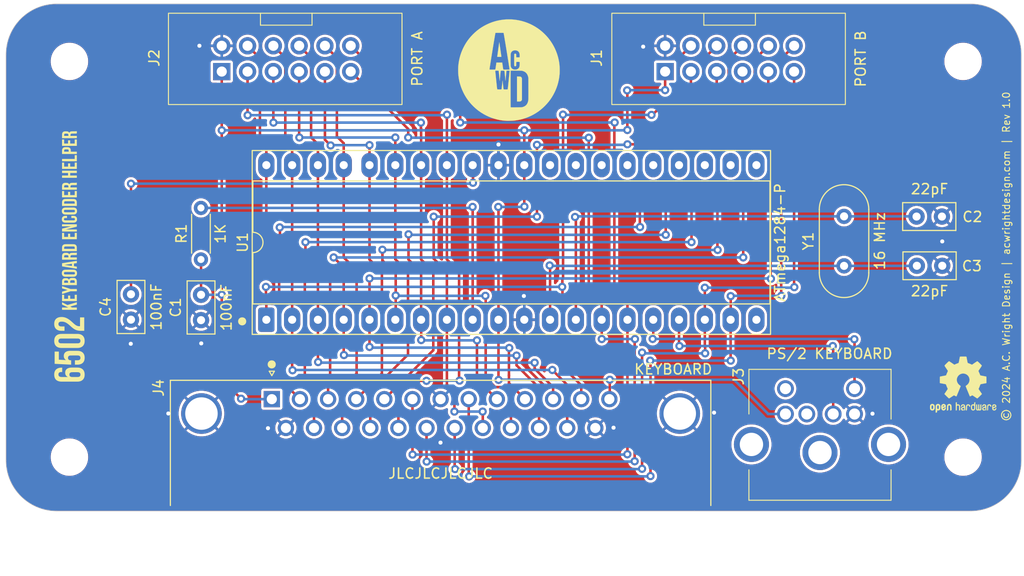
<source format=kicad_pcb>
(kicad_pcb (version 20241229) (generator "pcbnew") (generator_version "9.0")
  (title_block (title "6502 Keyboard Encoder Helper") (date "2025-11-14") (rev "1.0") (company "A.C. Wright Design"))
  (layers (0 "F.Cu" signal "Top") (2 "B.Cu" signal "Bottom") (13 "F.Paste" user) (15 "B.Paste" user) (5 "F.SilkS" user "F.Silkscreen") (7 "B.SilkS" user "B.Silkscreen") (1 "F.Mask" user) (3 "B.Mask" user) (25 "Edge.Cuts" user))
  (net 0 "")
  (net 1 "GND")
  (net 2 "VCC")
  (net 3 "PB7")
  (net 4 "PB6")
  (net 5 "PB5")
  (net 6 "PB4")
  (net 7 "PB3")
  (net 8 "PB2")
  (net 9 "PB1")
  (net 10 "PB0")
  (net 11 "PA5")
  (net 12 "CA1")
  (net 13 "PA7")
  (net 14 "PA6")
  (net 15 "PA1")
  (net 16 "PA3")
  (net 17 "CA2")
  (net 18 "PA4")
  (net 19 "PA0")
  (net 20 "PA2")
  (net 21 "CB2")
  (net 22 "CB1")
  (net 23 "Net-(U1-AREF)")
  (net 24 "Net-(U1-XTAL1)")
  (net 25 "Net-(U1-XTAL2)")
  (net 26 "PS2DATA")
  (net 27 "PS2CLK")
  (net 28 "Net-(U1-~{RESET})")
  (footprint "Symbol:OSHW-Logo2_7.3x6mm_SilkScreen" (layer "F.Cu") (at 159.3111 120.6636)
    (property "Reference" "REF**" (hide yes))
    (property "Value" "OSHW-Logo2_7.3x6mm_SilkScreen" (hide yes))
  )
  (footprint "A.C. Wright Logo:A.C. Wright Logo 10mm" (layer "F.Cu") (at 114.58 89.67)
    (property "Reference" "G***" (hide yes))
    (property "Value" "LOGO" (hide yes))
  )
  (footprint "Resistor_THT:R_Axial_DIN0204_L3.6mm_D1.6mm_P5.08mm_Horizontal" (layer "F.Cu") (at 84.2511 108.3336 90)
    (property "Reference" "R1")
    (property "Value" "1K")
  )
  (footprint "MountingHole:MountingHole_3.2mm_M3" (layer "F.Cu") (at 159.3011 88.8136)
    (property "Reference" "H2" (hide yes))
    (property "Value" "MountingHole" (hide yes))
  )
  (footprint "Crystal:Crystal_HC49-U_Vertical" (layer "F.Cu") (at 147.5811 108.9636 90)
    (property "Reference" "Y1")
    (property "Value" "16 MHz")
  )
  (footprint "6502 Parts:6502 GPIO Connector" (layer "F.Cu") (at 86.3011 89.8136 90)
    (property "Reference" "J2")
    (property "Value" "PORT A")
  )
  (footprint "6502 Logos:6502 Keyboard Encoder Helper 3mm" (layer "F.Cu") (at 71.3011 107.6336 90)
    (property "Reference" "G***" (hide yes))
    (property "Value" "LOGO" (hide yes))
  )
  (footprint "MountingHole:MountingHole_3.2mm_M3" (layer "F.Cu") (at 159.3011 127.8136)
    (property "Reference" "H4" (hide yes))
    (property "Value" "MountingHole" (hide yes))
  )
  (footprint "6502 Parts:6502 GPIO Connector" (layer "F.Cu") (at 129.9611 89.8136 90)
    (property "Reference" "J1")
    (property "Value" "PORT B")
  )
  (footprint "Package_DIP:DIP-40_W15.24mm_Socket_LongPads" (layer "F.Cu") (at 90.6911 114.2736 90)
    (property "Reference" "U1")
    (property "Value" "ATmega1284-P")
  )
  (footprint "MountingHole:MountingHole_3.2mm_M3" (layer "F.Cu") (at 71.3011 88.8136)
    (property "Reference" "H1" (hide yes))
    (property "Value" "MountingHole" (hide yes))
  )
  (footprint "Capacitor_THT:C_Disc_D5.0mm_W2.5mm_P2.50mm" (layer "F.Cu") (at 154.7511 108.9536)
    (property "Reference" "C3")
    (property "Value" "22pF")
  )
  (footprint "Capacitor_THT:C_Disc_D5.0mm_W2.5mm_P2.50mm" (layer "F.Cu") (at 154.7211 104.1036)
    (property "Reference" "C2")
    (property "Value" "22pF")
  )
  (footprint "Connector_Dsub:DSUB-25_Pins_Horizontal_P2.77x2.84mm_EdgePinOffset7.70mm_Housed_MountingHolesOffset9.12mm" (layer "F.Cu") (at 91.2311 122.1)
    (property "Reference" "J4")
    (property "Value" "KEYBOARD")
  )
  (footprint "Capacitor_THT:C_Disc_D5.0mm_W2.5mm_P2.50mm" (layer "F.Cu") (at 84.2611 114.3136 90)
    (property "Reference" "C1")
    (property "Value" "100nF")
  )
  (footprint "Capacitor_THT:C_Disc_D5.0mm_W2.5mm_P2.50mm" (layer "F.Cu") (at 77.3611 114.2636 90)
    (property "Reference" "C4")
    (property "Value" "100nF")
  )
  (footprint "6502 Parts:KMDGX-6S-BS" (layer "F.Cu") (at 146.5111 123.5636 180)
    (property "Reference" "J3")
    (property "Value" "PS/2 KEYBOARD")
  )
  (footprint "MountingHole:MountingHole_3.2mm_M3" (layer "F.Cu") (at 71.3011 127.8136)
    (property "Reference" "H3" (hide yes))
    (property "Value" "MountingHole" (hide yes))
  )
  (gr_circle (center 91.2211 118.6736) (end 91.4211 118.6736) (stroke (width 0.4)) (fill no) (layer "F.SilkS"))
  (gr_circle (center 88.3111 114.4336) (end 88.5111 114.4336) (stroke (width 0.4)) (fill no) (layer "F.SilkS"))
  (gr_line (start 132.8472 133.1342) (end 160.0472 133.1342) (stroke (width 0.05)) (layer "Edge.Cuts"))
  (gr_arc (start 70.0472 133.1342) (mid 66.511666 131.669734) (end 65.0472 128.1342) (stroke (width 0.05)) (layer "Edge.Cuts"))
  (gr_line (start 165.0472 128.1342) (end 165.0472 88.1342) (stroke (width 0.05)) (layer "Edge.Cuts"))
  (gr_line (start 70.0472 133.1342) (end 132.8472 133.1342) (stroke (width 0.05)) (layer "Edge.Cuts"))
  (gr_line (start 65.0472 88.1342) (end 65.0472 128.1342) (stroke (width 0.05)) (layer "Edge.Cuts"))
  (gr_arc (start 65.0472 88.1342) (mid 66.511666 84.598666) (end 70.0472 83.1342) (stroke (width 0.05)) (layer "Edge.Cuts"))
  (gr_line (start 160.0472 83.1342) (end 70.0472 83.1342) (stroke (width 0.05)) (layer "Edge.Cuts"))
  (gr_arc (start 160.0472 83.1342) (mid 163.582734 84.598666) (end 165.0472 88.1342) (stroke (width 0.05)) (layer "Edge.Cuts"))
  (gr_arc (start 165.0472 128.1342) (mid 163.582734 131.669734) (end 160.0472 133.1342) (stroke (width 0.05)) (layer "Edge.Cuts"))
  (gr_text "JLCJLCJLCJLC" (at 107.8511 129.425331 0) (layer "F.SilkS") (effects (font (size 1 1))))
  (gr_text "© 2024 A.C. Wright Design | acwrightdesign.com | Rev 1.0" (at 163.56 108.04 90) (layer "F.SilkS") (effects (font (size 0.7 0.7) (thickness 0.1))))
  (segment (start 107.77 122.14) (end 107.805 122.175) (width 0.25) (layer "F.Cu") (net 1))
  (via (at 124.8811 124.9136) (size 0.8) (drill 0.4) (layers "F.Cu" "B.Cu") (net 1))
  (via (at 150.3811 123.5336) (size 0.8) (drill 0.4) (layers "F.Cu" "B.Cu") (net 1))
  (via (at 84.1 87.27) (size 0.8) (drill 0.4) (layers "F.Cu" "B.Cu") (net 1))
  (via (at 157.2511 106.5536) (size 0.8) (drill 0.4) (layers "F.Cu" "B.Cu") (net 1))
  (via (at 77.3411 116.6436) (size 0.8) (drill 0.4) (layers "F.Cu" "B.Cu") (net 1))
  (via (at 127.8 87.36) (size 0.8) (drill 0.4) (layers "F.Cu" "B.Cu") (net 1))
  (via (at 81.0411 123.5136) (size 0.8) (drill 0.4) (layers "F.Cu" "B.Cu") (net 1))
  (via (at 84.2811 116.6036) (size 0.8) (drill 0.4) (layers "F.Cu" "B.Cu") (net 1))
  (via (at 90.8511 124.9636) (size 0.8) (drill 0.4) (layers "F.Cu" "B.Cu") (net 1))
  (via (at 116.0511 111.9336) (size 0.8) (drill 0.4) (layers "F.Cu" "B.Cu") (net 1))
  (via (at 134.78 123.43) (size 0.8) (drill 0.4) (layers "F.Cu" "B.Cu") (net 1))
  (via (at 113.5511 97.0036) (size 0.8) (drill 0.4) (layers "F.Cu" "B.Cu") (net 1))
  (via (at 107.8411 126.3836) (size 0.8) (drill 0.4) (layers "F.Cu" "B.Cu") (net 1))
  (segment (start 126.2411 91.6836) (end 126.2211 91.6636) (width 0.25) (layer "F.Cu") (net 2))
  (segment (start 116.0911 103.1136) (end 116.0911 99.0336) (width 0.25) (layer "F.Cu") (net 2))
  (segment (start 86.3011 95.6036) (end 86.3011 111.8036) (width 0.25) (layer "F.Cu") (net 2))
  (segment (start 86.3011 89.8136) (end 86.3011 95.6036) (width 0.25) (layer "F.Cu") (net 2))
  (segment (start 113.5511 103.1736) (end 113.5311 103.1536) (width 0.25) (layer "F.Cu") (net 2))
  (segment (start 113.5511 120.1936) (end 113.5611 120.2036) (width 0.25) (layer "F.Cu") (net 2))
  (segment (start 124.41 122.51) (end 124.425 122.525) (width 0.25) (layer "F.Cu") (net 2))
  (segment (start 84.2611 111.8136) (end 84.2611 108.3436) (width 0.25) (layer "F.Cu") (net 2))
  (segment (start 84.2611 108.3436) (end 84.2511 108.3336) (width 0.25) (layer "F.Cu") (net 2))
  (segment (start 126.2411 95.5736) (end 126.2411 91.6836) (width 0.25) (layer "F.Cu") (net 2))
  (segment (start 116.1011 103.1236) (end 116.0911 103.1136) (width 0.25) (layer "F.Cu") (net 2))
  (segment (start 113.5511 114.2736) (end 113.5511 120.1936) (width 0.25) (layer "F.Cu") (net 2))
  (segment (start 86.3011 111.8036) (end 86.3011 120.1536) (width 0.25) (layer "F.Cu") (net 2))
  (segment (start 129.9611 91.6436) (end 129.9611 89.8136) (width 0.25) (layer "F.Cu") (net 2))
  (segment (start 124.5111 120.1836) (end 124.5111 122.06) (width 0.25) (layer "F.Cu") (net 2))
  (segment (start 113.5511 114.2736) (end 113.5511 103.1736) (width 0.25) (layer "F.Cu") (net 2))
  (segment (start 124.5111 122.06) (end 124.4711 122.1) (width 0.25) (layer "F.Cu") (net 2))
  (segment (start 116.0911 99.0336) (end 116.0911 95.6036) (width 0.25) (layer "F.Cu") (net 2))
  (segment (start 86.3011 120.1536) (end 88.2011 122.0536) (width 0.25) (layer "F.Cu") (net 2))
  (via (at 124.5111 120.1836) (size 0.8) (drill 0.4) (layers "F.Cu" "B.Cu") (net 2))
  (via (at 116.0911 95.6036) (size 0.8) (drill 0.4) (layers "F.Cu" "B.Cu") (net 2))
  (via (at 88.2011 122.0536) (size 0.8) (drill 0.4) (layers "F.Cu" "B.Cu") (net 2))
  (via (at 126.2211 91.6636) (size 0.8) (drill 0.4) (layers "F.Cu" "B.Cu") (net 2))
  (via (at 86.3011 95.6036) (size 0.8) (drill 0.4) (layers "F.Cu" "B.Cu") (net 2))
  (via (at 129.9611 91.6436) (size 0.8) (drill 0.4) (layers "F.Cu" "B.Cu") (net 2))
  (via (at 113.5311 103.1536) (size 0.8) (drill 0.4) (layers "F.Cu" "B.Cu") (net 2))
  (via (at 116.1011 103.1236) (size 0.8) (drill 0.4) (layers "F.Cu" "B.Cu") (net 2))
  (via (at 126.2411 95.5736) (size 0.8) (drill 0.4) (layers "F.Cu" "B.Cu") (net 2))
  (via (at 113.5611 120.2036) (size 0.8) (drill 0.4) (layers "F.Cu" "B.Cu") (net 2))
  (via (at 86.3011 111.8036) (size 0.8) (drill 0.4) (layers "F.Cu" "B.Cu") (net 2))
  (segment (start 126.2111 95.6036) (end 126.2411 95.5736) (width 0.25) (layer "B.Cu") (net 2))
  (segment (start 113.5311 103.1536) (end 116.0711 103.1536) (width 0.25) (layer "B.Cu") (net 2))
  (segment (start 140.1011 123.5636) (end 141.8111 123.5636) (width 0.25) (layer "B.Cu") (net 2))
  (segment (start 88.2011 122.0536) (end 88.2475 122.1) (width 0.25) (layer "B.Cu") (net 2))
  (segment (start 125.9311 95.6036) (end 116.0911 95.6036) (width 0.25) (layer "B.Cu") (net 2))
  (segment (start 88.2475 122.1) (end 91.2311 122.1) (width 0.25) (layer "B.Cu") (net 2))
  (segment (start 125.9311 95.6036) (end 126.2111 95.6036) (width 0.25) (layer "B.Cu") (net 2))
  (segment (start 126.2211 91.6636) (end 126.2411 91.6436) (width 0.25) (layer "B.Cu") (net 2))
  (segment (start 136.7411 120.1836) (end 140.1011 123.5436) (width 0.25) (layer "B.Cu") (net 2))
  (segment (start 84.2611 111.8136) (end 86.2911 111.8136) (width 0.25) (layer "B.Cu") (net 2))
  (segment (start 86.2911 111.8136) (end 86.3011 111.8036) (width 0.25) (layer "B.Cu") (net 2))
  (segment (start 126.2411 91.6436) (end 129.9611 91.6436) (width 0.25) (layer "B.Cu") (net 2))
  (segment (start 113.5611 120.2036) (end 113.5811 120.1836) (width 0.25) (layer "B.Cu") (net 2))
  (segment (start 124.5111 120.1836) (end 136.7411 120.1836) (width 0.25) (layer "B.Cu") (net 2))
  (segment (start 140.1011 123.5436) (end 140.1011 123.5636) (width 0.25) (layer "B.Cu") (net 2))
  (segment (start 116.0711 103.1536) (end 116.1011 103.1236) (width 0.25) (layer "B.Cu") (net 2))
  (segment (start 113.5811 120.1836) (end 124.5111 120.1836) (width 0.25) (layer "B.Cu") (net 2))
  (segment (start 116.0911 95.6036) (end 86.3011 95.6036) (width 0.25) (layer "B.Cu") (net 2))
  (segment (start 107.1711 108.2536) (end 108.4711 109.5536) (width 0.25) (layer "F.Cu") (net 3))
  (segment (start 112.0061 124.94) (end 112.0061 123.3386) (width 0.25) (layer "F.Cu") (net 3))
  (segment (start 108.4711 109.5536) (end 108.4711 114.2736) (width 0.25) (layer "F.Cu") (net 3))
  (segment (start 132.5011 91.5336) (end 132.0911 91.9436) (width 0.25) (layer "F.Cu") (net 3))
  (segment (start 112.0061 123.3386) (end 111.9911 123.3236) (width 0.25) (layer "F.Cu") (net 3))
  (segment (start 132.0911 91.9436) (end 127.0511 96.9836) (width 0.25) (layer "F.Cu") (net 3))
  (segment (start 108.4611 120.6636) (end 108.4711 120.6536) (width 0.25) (layer "F.Cu") (net 3))
  (segment (start 109.2111 123.3236) (end 109.2111 121.4136) (width 0.25) (layer "F.Cu") (net 3))
  (segment (start 109.2111 121.4136) (end 108.4611 120.6636) (width 0.25) (layer "F.Cu") (net 3))
  (segment (start 117.3411 97.0336) (end 117.3411 104.1136) (width 0.25) (layer "F.Cu") (net 3))
  (segment (start 132.5011 89.8136) (end 132.5011 91.5336) (width 0.25) (layer "F.Cu") (net 3))
  (segment (start 108.4711 120.6536) (end 108.4711 114.2736) (width 0.25) (layer "F.Cu") (net 3))
  (segment (start 107.1711 104.1136) (end 107.1711 108.2536) (width 0.25) (layer "F.Cu") (net 3))
  (segment (start 127.0511 96.9836) (end 126.2511 96.9836) (width 0.25) (layer "F.Cu") (net 3))
  (via (at 107.1711 104.1136) (size 0.8) (drill 0.4) (layers "F.Cu" "B.Cu") (net 3))
  (via (at 111.9911 123.3236) (size 0.8) (drill 0.4) (layers "F.Cu" "B.Cu") (net 3))
  (via (at 117.3411 104.1136) (size 0.8) (drill 0.4) (layers "F.Cu" "B.Cu") (net 3))
  (via (at 117.3411 97.0336) (size 0.8) (drill 0.4) (layers "F.Cu" "B.Cu") (net 3))
  (via (at 126.2511 96.9836) (size 0.8) (drill 0.4) (layers "F.Cu" "B.Cu") (net 3))
  (via (at 109.2111 123.3236) (size 0.8) (drill 0.4) (layers "F.Cu" "B.Cu") (net 3))
  (segment (start 126.2511 96.9836) (end 126.2011 97.0336) (width 0.25) (layer "B.Cu") (net 3))
  (segment (start 117.3411 104.1136) (end 107.1711 104.1136) (width 0.25) (layer "B.Cu") (net 3))
  (segment (start 111.9911 123.3236) (end 109.2111 123.3236) (width 0.25) (layer "B.Cu") (net 3))
  (segment (start 126.2011 97.0336) (end 117.3411 97.0336) (width 0.25) (layer "B.Cu") (net 3))
  (segment (start 104.6911 105.8536) (end 104.6911 108.3436) (width 0.25) (layer "F.Cu") (net 4))
  (segment (start 105.9411 116.2736) (end 105.9411 114.2836) (width 0.25) (layer "F.Cu") (net 4))
  (segment (start 135.0411 89.8136) (end 135.0411 91.9736) (width 0.25) (layer "F.Cu") (net 4))
  (segment (start 111.4311 120.14) (end 111.4311 116.3036) (width 0.25) (layer "F.Cu") (net 4))
  (segment (start 135.0611 91.9936) (end 135.0611 92.2636) (width 0.25) (layer "F.Cu") (net 4))
  (segment (start 135.0611 92.2636) (end 130.0211 97.3036) (width 0.25) (layer "F.Cu") (net 4))
  (segment (start 113.3911 122.1) (end 111.4311 120.14) (width 0.25) (layer "F.Cu") (net 4))
  (segment (start 135.0411 91.9736) (end 135.0611 91.9936) (width 0.25) (layer "F.Cu") (net 4))
  (segment (start 105.9311 109.5836) (end 105.9311 114.2736) (width 0.25) (layer "F.Cu") (net 4))
  (segment (start 105.9411 114.2836) (end 105.9311 114.2736) (width 0.25) (layer "F.Cu") (net 4))
  (segment (start 104.6911 108.3436) (end 105.9311 109.5836) (width 0.25) (layer "F.Cu") (net 4))
  (segment (start 130.0211 97.3036) (end 130.0211 105.9036) (width 0.25) (layer "F.Cu") (net 4))
  (via (at 130.0211 105.9036) (size 0.8) (drill 0.4) (layers "F.Cu" "B.Cu") (net 4))
  (via (at 111.4311 116.3036) (size 0.8) (drill 0.4) (layers "F.Cu" "B.Cu") (net 4))
  (via (at 105.9411 116.2736) (size 0.8) (drill 0.4) (layers "F.Cu" "B.Cu") (net 4))
  (via (at 104.6911 105.8536) (size 0.8) (drill 0.4) (layers "F.Cu" "B.Cu") (net 4))
  (segment (start 104.7411 105.9036) (end 104.6911 105.8536) (width 0.25) (layer "B.Cu") (net 4))
  (segment (start 105.9711 116.3036) (end 105.9411 116.2736) (width 0.25) (layer "B.Cu") (net 4))
  (segment (start 111.4311 116.3036) (end 105.9711 116.3036) (width 0.25) (layer "B.Cu") (net 4))
  (segment (start 130.0211 105.9036) (end 104.7411 105.9036) (width 0.25) (layer "B.Cu") (net 4))
  (segment (start 114.7761 124.94) (end 114.7761 121.7086) (width 0.25) (layer "F.Cu") (net 5))
  (segment (start 112.2911 111.9436) (end 112.2611 111.9136) (width 0.25) (layer "F.Cu") (net 5))
  (segment (start 114.7761 121.7086) (end 114.1111 121.0436) (width 0.25) (layer "F.Cu") (net 5))
  (segment (start 137.5611 94.4136) (end 135.1111 96.8636) (width 0.25) (layer "F.Cu") (net 5))
  (segment (start 137.5811 92.9936) (end 137.5611 93.0136) (width 0.25) (layer "F.Cu") (net 5))
  (segment (start 103.4311 114.2336) (end 103.3911 114.2736) (width 0.25) (layer "F.Cu") (net 5))
  (segment (start 103.4311 109.7436) (end 103.4311 111.8836) (width 0.25) (layer "F.Cu") (net 5))
  (segment (start 112.2911 119.9736) (end 112.2911 119.7336) (width 0.25) (layer "F.Cu") (net 5))
  (segment (start 113.9811 120.9136) (end 113.2311 120.9136) (width 0.25) (layer "F.Cu") (net 5))
  (segment (start 137.5811 89.8136) (end 137.5811 92.9936) (width 0.25) (layer "F.Cu") (net 5))
  (segment (start 112.2911 119.7336) (end 112.2911 111.9436) (width 0.25) (layer "F.Cu") (net 5))
  (segment (start 102.1211 108.4336) (end 103.4311 109.7436) (width 0.25) (layer "F.Cu") (net 5))
  (segment (start 137.5611 93.0136) (end 137.5611 94.4136) (width 0.25) (layer "F.Cu") (net 5))
  (segment (start 103.4311 111.8836) (end 103.4311 114.2336) (width 0.25) (layer "F.Cu") (net 5))
  (segment (start 135.1111 96.8636) (end 135.1111 107.3736) (width 0.25) (layer "F.Cu") (net 5))
  (segment (start 113.2311 120.9136) (end 112.2911 119.9736) (width 0.25) (layer "F.Cu") (net 5))
  (segment (start 102.1211 107.3736) (end 102.1211 108.4336) (width 0.25) (layer "F.Cu") (net 5))
  (segment (start 114.1111 121.0436) (end 113.9811 120.9136) (width 0.25) (layer "F.Cu") (net 5))
  (segment (start 135.1111 107.3736) (end 135.1311 107.3936) (width 0.25) (layer "F.Cu") (net 5))
  (via (at 135.1311 107.3936) (size 0.8) (drill 0.4) (layers "F.Cu" "B.Cu") (net 5))
  (via (at 112.2611 111.9136) (size 0.8) (drill 0.4) (layers "F.Cu" "B.Cu") (net 5))
  (via (at 102.1211 107.3736) (size 0.8) (drill 0.4) (layers "F.Cu" "B.Cu") (net 5))
  (via (at 103.4311 111.8836) (size 0.8) (drill 0.4) (layers "F.Cu" "B.Cu") (net 5))
  (segment (start 135.1311 107.3936) (end 102.1411 107.3936) (width 0.25) (layer "B.Cu") (net 5))
  (segment (start 112.2611 111.9136) (end 103.4611 111.9136) (width 0.25) (layer "B.Cu") (net 5))
  (segment (start 103.4611 111.9136) (end 103.4311 111.8836) (width 0.25) (layer "B.Cu") (net 5))
  (segment (start 102.1411 107.3936) (end 102.1211 107.3736) (width 0.25) (layer "B.Cu") (net 5))
  (segment (start 140.3511 91.8336) (end 140.3511 110.2036) (width 0.25) (layer "F.Cu") (net 6))
  (segment (start 100.8511 110.2036) (end 100.8511 114.2736) (width 0.25) (layer "F.Cu") (net 6))
  (segment (start 100.8511 116.9536) (end 100.8511 114.2736) (width 0.25) (layer "F.Cu") (net 6))
  (segment (start 114.5811 119.7536) (end 114.5811 117.0836) (width 0.25) (layer "F.Cu") (net 6))
  (segment (start 140.1211 89.8136) (end 140.1211 91.6036) (width 0.25) (layer "F.Cu") (net 6))
  (segment (start 116.1611 122.1) (end 114.5811 120.52) (width 0.25) (layer "F.Cu") (net 6))
  (segment (start 140.1211 91.6036) (end 140.3511 91.8336) (width 0.25) (layer "F.Cu") (net 6))
  (segment (start 114.5811 117.0836) (end 114.6111 117.0536) (width 0.25) (layer "F.Cu") (net 6))
  (segment (start 114.5811 120.52) (end 114.5811 119.7536) (width 0.25) (layer "F.Cu") (net 6))
  (segment (start 140.3511 110.2036) (end 140.3811 110.2336) (width 0.25) (layer "F.Cu") (net 6))
  (via (at 100.8511 116.9536) (size 0.8) (drill 0.4) (layers "F.Cu" "B.Cu") (net 6))
  (via (at 140.3811 110.2336) (size 0.8) (drill 0.4) (layers "F.Cu" "B.Cu") (net 6))
  (via (at 100.8511 110.2036) (size 0.8) (drill 0.4) (layers "F.Cu" "B.Cu") (net 6))
  (via (at 114.6111 117.0536) (size 0.8) (drill 0.4) (layers "F.Cu" "B.Cu") (net 6))
  (segment (start 140.3511 110.2036) (end 100.8511 110.2036) (width 0.25) (layer "B.Cu") (net 6))
  (segment (start 100.9211 117.0236) (end 114.5811 117.0236) (width 0.25) (layer "B.Cu") (net 6))
  (segment (start 100.8511 116.9536) (end 100.9211 117.0236) (width 0.25) (layer "B.Cu") (net 6))
  (segment (start 140.3811 110.2336) (end 140.3511 110.2036) (width 0.25) (layer "B.Cu") (net 6))
  (segment (start 114.5811 117.0236) (end 114.6111 117.0536) (width 0.25) (layer "B.Cu") (net 6))
  (segment (start 115.3311 118.7636) (end 115.3311 117.8036) (width 0.25) (layer "F.Cu") (net 7))
  (segment (start 98.3111 117.7336) (end 98.3111 114.2736) (width 0.25) (layer "F.Cu") (net 7))
  (segment (start 138.78 89.89) (end 138.78 95.5347) (width 0.25) (layer "F.Cu") (net 7))
  (segment (start 117.5461 124.94) (end 117.5461 120.9786) (width 0.25) (layer "F.Cu") (net 7))
  (segment (start 138.78 95.5347) (end 137.6511 96.6636) (width 0.25) (layer "F.Cu") (net 7))
  (segment (start 117.5461 120.9786) (end 116.3011 119.7336) (width 0.25) (layer "F.Cu") (net 7))
  (segment (start 98.3111 109.1236) (end 98.3111 114.2736) (width 0.25) (layer "F.Cu") (net 7))
  (segment (start 97.3211 108.1336) (end 98.3111 109.1236) (width 0.25) (layer "F.Cu") (net 7))
  (segment (start 140.1211 87.2736) (end 138.78 88.6147) (width 0.25) (layer "F.Cu") (net 7))
  (segment (start 116.3011 119.7336) (end 115.3311 118.7636) (width 0.25) (layer "F.Cu") (net 7))
  (segment (start 137.6511 96.6636) (end 137.6511 108.1336) (width 0.25) (layer "F.Cu") (net 7))
  (segment (start 98.3311 117.7536) (end 98.3111 117.7336) (width 0.25) (layer "F.Cu") (net 7))
  (segment (start 138.78 88.6147) (end 138.78 89.89) (width 0.25) (layer "F.Cu") (net 7))
  (via (at 115.3311 117.8036) (size 0.8) (drill 0.4) (layers "F.Cu" "B.Cu") (net 7))
  (via (at 97.3211 108.1336) (size 0.8) (drill 0.4) (layers "F.Cu" "B.Cu") (net 7))
  (via (at 98.3311 117.7536) (size 0.8) (drill 0.4) (layers "F.Cu" "B.Cu") (net 7))
  (via (at 137.6511 108.1336) (size 0.8) (drill 0.4) (layers "F.Cu" "B.Cu") (net 7))
  (segment (start 115.3311 117.8036) (end 98.3811 117.8036) (width 0.25) (layer "B.Cu") (net 7))
  (segment (start 98.3811 117.8036) (end 98.3311 117.7536) (width 0.25) (layer "B.Cu") (net 7))
  (segment (start 137.6511 108.1336) (end 97.3211 108.1336) (width 0.25) (layer "B.Cu") (net 7))
  (segment (start 117.2111 119.1936) (end 117.1111 119.0936) (width 0.25) (layer "F.Cu") (net 8))
  (segment (start 94.5411 108.4636) (end 95.7711 109.6936) (width 0.25) (layer "F.Cu") (net 8))
  (segment (start 117.1111 119.0936) (end 117.1111 118.5036) (width 0.25) (layer "F.Cu") (net 8))
  (segment (start 136.2171 93.4276) (end 132.9211 96.7236) (width 0.25) (layer "F.Cu") (net 8))
  (segment (start 94.5411 106.6236) (end 94.5411 108.4636) (width 0.25) (layer "F.Cu") (net 8))
  (segment (start 95.7711 109.6936) (end 95.7711 114.2736) (width 0.25) (layer "F.Cu") (net 8))
  (segment (start 118.9311 122.1) (end 118.9311 120.9136) (width 0.25) (layer "F.Cu") (net 8))
  (segment (start 132.5611 97.0836) (end 132.5611 98.5536) (width 0.25) (layer "F.Cu") (net 8))
  (segment (start 132.5611 98.5536) (end 132.5611 106.6236) (width 0.25) (layer "F.Cu") (net 8))
  (segment (start 118.9311 120.9136) (end 117.2111 119.1936) (width 0.25) (layer "F.Cu") (net 8))
  (segment (start 136.2171 89.6729) (end 136.2171 93.4276) (width 0.25) (layer "F.Cu") (net 8))
  (segment (start 137.5811 87.2736) (end 136.2171 88.6376) (width 0.25) (layer "F.Cu") (net 8))
  (segment (start 132.9211 96.7236) (end 132.5611 97.0836) (width 0.25) (layer "F.Cu") (net 8))
  (segment (start 136.2171 88.6376) (end 136.2171 89.6729) (width 0.25) (layer "F.Cu") (net 8))
  (segment (start 95.7711 118.4236) (end 95.7711 114.2736) (width 0.25) (layer "F.Cu") (net 8))
  (segment (start 95.7911 118.4436) (end 95.7711 118.4236) (width 0.25) (layer "F.Cu") (net 8))
  (via (at 94.5411 106.6236) (size 0.8) (drill 0.4) (layers "F.Cu" "B.Cu") (net 8))
  (via (at 117.1111 118.5036) (size 0.8) (drill 0.4) (layers "F.Cu" "B.Cu") (net 8))
  (via (at 132.5611 106.6236) (size 0.8) (drill 0.4) (layers "F.Cu" "B.Cu") (net 8))
  (via (at 95.7911 118.4436) (size 0.8) (drill 0.4) (layers "F.Cu" "B.Cu") (net 8))
  (segment (start 117.1111 118.5036) (end 95.8511 118.5036) (width 0.25) (layer "B.Cu") (net 8))
  (segment (start 95.8511 118.5036) (end 95.7911 118.4436) (width 0.25) (layer "B.Cu") (net 8))
  (segment (start 132.5611 106.6236) (end 94.5411 106.6236) (width 0.25) (layer "B.Cu") (net 8))
  (segment (start 93.2311 109.8236) (end 93.2311 114.2736) (width 0.25) (layer "F.Cu") (net 9))
  (segment (start 92.0111 105.1736) (end 92.0311 105.1936) (width 0.25) (layer "F.Cu") (net 9))
  (segment (start 127.4711 97.8336) (end 127.4711 98.2936) (width 0.25) (layer "F.Cu") (net 9))
  (segment (start 92.0311 108.6236) (end 93.2311 109.8236) (width 0.25) (layer "F.Cu") (net 9))
  (segment (start 133.72 89.31) (end 133.72 91.5847) (width 0.25) (layer "F.Cu") (net 9))
  (segment (start 133.1811 92.1236) (end 127.4711 97.8336) (width 0.25) (layer "F.Cu") (net 9))
  (segment (start 127.4711 105.1136) (end 127.4911 105.1336) (width 0.25) (layer "F.Cu") (net 9))
  (segment (start 127.4711 98.2936) (end 127.4711 105.1136) (width 0.25) (layer "F.Cu") (net 9))
  (segment (start 93.2711 119.2536) (end 93.2311 119.2136) (width 0.25) (layer "F.Cu") (net 9))
  (segment (start 133.72 88.5947) (end 133.72 89.31) (width 0.25) (layer "F.Cu") (net 9))
  (segment (start 135.0411 87.2736) (end 133.72 88.5947) (width 0.25) (layer "F.Cu") (net 9))
  (segment (start 92.0311 105.1936) (end 92.0311 108.6236) (width 0.25) (layer "F.Cu") (net 9))
  (segment (start 120.3161 120.6886) (end 118.8511 119.2236) (width 0.25) (layer "F.Cu") (net 9))
  (segment (start 93.2311 119.2136) (end 93.2311 114.2736) (width 0.25) (layer "F.Cu") (net 9))
  (segment (start 120.3161 124.94) (end 120.3161 120.6886) (width 0.25) (layer "F.Cu") (net 9))
  (segment (start 133.72 91.5847) (end 133.1811 92.1236) (width 0.25) (layer "F.Cu") (net 9))
  (via (at 93.2711 119.2536) (size 0.8) (drill 0.4) (layers "F.Cu" "B.Cu") (net 9))
  (via (at 92.0111 105.1736) (size 0.8) (drill 0.4) (layers "F.Cu" "B.Cu") (net 9))
  (via (at 118.8511 119.2236) (size 0.8) (drill 0.4) (layers "F.Cu" "B.Cu") (net 9))
  (via (at 127.4911 105.1336) (size 0.8) (drill 0.4) (layers "F.Cu" "B.Cu") (net 9))
  (segment (start 127.4911 105.1336) (end 92.0511 105.1336) (width 0.25) (layer "B.Cu") (net 9))
  (segment (start 118.8511 119.2236) (end 93.3011 119.2236) (width 0.25) (layer "B.Cu") (net 9))
  (segment (start 93.3011 119.2236) (end 93.2711 119.2536) (width 0.25) (layer "B.Cu") (net 9))
  (segment (start 92.0511 105.1336) (end 92.0111 105.1736) (width 0.25) (layer "B.Cu") (net 9))
  (segment (start 119.9111 94.0636) (end 119.9111 110.1836) (width 0.25) (layer "F.Cu") (net 10))
  (segment (start 131.29 91.5047) (end 130.7611 92.0336) (width 0.25) (layer "F.Cu") (net 10))
  (segment (start 119.8411 110.2536) (end 119.8411 111.0136) (width 0.25) (layer "F.Cu") (net 10))
  (segment (start 128.7111 94.0836) (end 128.6211 94.0836) (width 0.25) (layer "F.Cu") (net 10))
  (segment (start 119.8511 118.8836) (end 119.8511 111.0636) (width 0.25) (layer "F.Cu") (net 10))
  (segment (start 130.7611 92.0336) (end 128.7111 94.0836) (width 0.25) (layer "F.Cu") (net 10))
  (segment (start 121.7011 122.1) (end 121.7011 120.7336) (width 0.25) (layer "F.Cu") (net 10))
  (segment (start 131.29 90.05) (end 131.29 91.5047) (width 0.25) (layer "F.Cu") (net 10))
  (segment (start 121.7011 120.7336) (end 119.8511 118.8836) (width 0.25) (layer "F.Cu") (net 10))
  (segment (start 131.29 88.4847) (end 131.29 90.05) (width 0.25) (layer "F.Cu") (net 10))
  (segment (start 119.8411 111.0136) (end 119.8211 111.0336) (width 0.25) (layer "F.Cu") (net 10))
  (segment (start 119.8511 111.0636) (end 119.8211 111.0336) (width 0.25) (layer "F.Cu") (net 10))
  (segment (start 119.9111 110.1836) (end 119.8411 110.2536) (width 0.25) (layer "F.Cu") (net 10))
  (segment (start 90.6911 111.8736) (end 90.6911 114.2736) (width 0.25) (layer "F.Cu") (net 10))
  (segment (start 132.5011 87.2736) (end 131.29 88.4847) (width 0.25) (layer "F.Cu") (net 10))
  (segment (start 90.6511 111.0336) (end 90.6511 111.8336) (width 0.25) (layer "F.Cu") (net 10))
  (segment (start 90.6511 111.8336) (end 90.6911 111.8736) (width 0.25) (layer "F.Cu") (net 10))
  (segment (start 119.9011 94.0536) (end 119.9111 94.0636) (width 0.25) (layer "F.Cu") (net 10))
  (via (at 128.6211 94.0836) (size 0.8) (drill 0.4) (layers "F.Cu" "B.Cu") (net 10))
  (via (at 90.6511 111.0336) (size 0.8) (drill 0.4) (layers "F.Cu" "B.Cu") (net 10))
  (via (at 119.8211 111.0336) (size 0.8) (drill 0.4) (layers "F.Cu" "B.Cu") (net 10))
  (via (at 119.9011 94.0536) (size 0.8) (drill 0.4) (layers "F.Cu" "B.Cu") (net 10))
  (segment (start 128.6211 94.0836) (end 119.9311 94.0836) (width 0.25) (layer "B.Cu") (net 10))
  (segment (start 119.8211 111.0336) (end 90.6511 111.0336) (width 0.25) (layer "B.Cu") (net 10))
  (segment (start 119.9311 94.0836) (end 119.9011 94.0536) (width 0.25) (layer "B.Cu") (net 10))
  (segment (start 103.3911 99.0336) (end 103.3911 108.3136) (width 0.25) (layer "F.Cu") (net 11))
  (segment (start 104.6411 117.7036) (end 100.9261 121.4186) (width 0.25) (layer "F.Cu") (net 11))
  (segment (start 93.9211 96.2936) (end 93.9411 96.3136) (width 0.25) (layer "F.Cu") (net 11))
  (segment (start 103.3911 96.3136) (end 103.3911 99.0336) (width 0.25) (layer "F.Cu") (net 11))
  (segment (start 100.9261 121.4186) (end 100.9261 124.94) (width 0.25) (layer "F.Cu") (net 11))
  (segment (start 104.6411 109.5636) (end 104.6411 117.7036) (width 0.25) (layer "F.Cu") (net 11))
  (segment (start 103.3911 108.3136) (end 104.6411 109.5636) (width 0.25) (layer "F.Cu") (net 11))
  (segment (start 93.9211 89.8136) (end 93.9211 96.2936) (width 0.25) (layer "F.Cu") (net 11))
  (via (at 93.9411 96.3136) (size 0.8) (drill 0.4) (layers "F.Cu" "B.Cu") (net 11))
  (via (at 103.3911 96.3136) (size 0.8) (drill 0.4) (layers "F.Cu" "B.Cu") (net 11))
  (segment (start 93.9411 96.3136) (end 103.3911 96.3136) (width 0.25) (layer "B.Cu") (net 11))
  (segment (start 104.6611 95.4736) (end 99.0011 89.8136) (width 0.25) (layer "F.Cu") (net 12))
  (segment (start 123.7211 116.1736) (end 123.7211 114.2836) (width 0.25) (layer "F.Cu") (net 12))
  (segment (start 122.4411 111.3036) (end 122.4411 96.3336) (width 0.25) (layer "F.Cu") (net 12))
  (segment (start 106.4661 124.94) (end 106.4661 128.2386) (width 0.25) (layer "F.Cu") (net 12))
  (segment (start 123.7111 112.5736) (end 122.4411 111.3036) (width 0.25) (layer "F.Cu") (net 12))
  (segment (start 123.7211 114.2836) (end 123.7111 114.2736) (width 0.25) (layer "F.Cu") (net 12))
  (segment (start 123.7111 114.2736) (end 123.7111 112.5736) (width 0.25) (layer "F.Cu") (net 12))
  (segment (start 126.9611 128.2236) (end 126.9611 116.2036) (width 0.25) (layer "F.Cu") (net 12))
  (segment (start 106.4661 128.2386) (end 106.4811 128.2536) (width 0.25) (layer "F.Cu") (net 12))
  (segment (start 104.6611 96.3136) (end 104.6611 95.4736) (width 0.25) (layer "F.Cu") (net 12))
  (segment (start 126.9611 116.2036) (end 126.9911 116.1736) (width 0.25) (layer "F.Cu") (net 12))
  (via (at 126.9611 128.2236) (size 0.8) (drill 0.4) (layers "F.Cu" "B.Cu") (net 12))
  (via (at 106.4811 128.2536) (size 0.8) (drill 0.4) (layers "F.Cu" "B.Cu") (net 12))
  (via (at 122.4411 96.3336) (size 0.8) (drill 0.4) (layers "F.Cu" "B.Cu") (net 12))
  (via (at 126.9911 116.1736) (size 0.8) (drill 0.4) (layers "F.Cu" "B.Cu") (net 12))
  (via (at 104.6611 96.3136) (size 0.8) (drill 0.4) (layers "F.Cu" "B.Cu") (net 12))
  (via (at 123.7211 116.1736) (size 0.8) (drill 0.4) (layers "F.Cu" "B.Cu") (net 12))
  (segment (start 104.6811 96.3336) (end 104.6611 96.3136) (width 0.25) (layer "B.Cu") (net 12))
  (segment (start 126.9911 116.1736) (end 123.7211 116.1736) (width 0.25) (layer "B.Cu") (net 12))
  (segment (start 106.4811 128.2536) (end 126.9311 128.2536) (width 0.25) (layer "B.Cu") (net 12))
  (segment (start 126.9311 128.2536) (end 126.9611 128.2236) (width 0.25) (layer "B.Cu") (net 12))
  (segment (start 122.4411 96.3336) (end 104.6811 96.3336) (width 0.25) (layer "B.Cu") (net 12))
  (segment (start 108.4811 94.0636) (end 108.4711 94.0736) (width 0.25) (layer "F.Cu") (net 13))
  (segment (start 109.6711 109.5336) (end 109.6711 117.2936) (width 0.25) (layer "F.Cu") (net 13))
  (segment (start 103.6961 121.4786) (end 103.6961 124.94) (width 0.25) (layer "F.Cu") (net 13))
  (segment (start 108.4711 108.3336) (end 109.6711 109.5336) (width 0.25) (layer "F.Cu") (net 13))
  (segment (start 88.8411 94.1036) (end 88.8511 94.1136) (width 0.25) (layer "F.Cu") (net 13))
  (segment (start 88.8411 89.8136) (end 88.8411 94.1036) (width 0.25) (layer "F.Cu") (net 13))
  (segment (start 109.6711 117.2936) (end 109.6711 120.2236) (width 0.25) (layer "F.Cu") (net 13))
  (segment (start 109.6711 120.2236) (end 109.7211 120.2736) (width 0.25) (layer "F.Cu") (net 13))
  (segment (start 104.8811 120.2936) (end 103.6961 121.4786) (width 0.25) (layer "F.Cu") (net 13))
  (segment (start 106.4611 120.2936) (end 104.8811 120.2936) (width 0.25) (layer "F.Cu") (net 13))
  (segment (start 108.4711 99.0336) (end 108.4711 108.3336) (width 0.25) (layer "F.Cu") (net 13))
  (segment (start 108.4711 94.0736) (end 108.4711 99.0336) (width 0.25) (layer "F.Cu") (net 13))
  (via (at 88.8511 94.1136) (size 0.8) (drill 0.4) (layers "F.Cu" "B.Cu") (net 13))
  (via (at 108.4811 94.0636) (size 0.8) (drill 0.4) (layers "F.Cu" "B.Cu") (net 13))
  (via (at 106.4611 120.2936) (size 0.8) (drill 0.4) (layers "F.Cu" "B.Cu") (net 13))
  (via (at 109.7211 120.2736) (size 0.8) (drill 0.4) (layers "F.Cu" "B.Cu") (net 13))
  (segment (start 88.8511 94.1136) (end 108.4311 94.1136) (width 0.25) (layer "B.Cu") (net 13))
  (segment (start 106.4811 120.2736) (end 106.4611 120.2936) (width 0.25) (layer "B.Cu") (net 13))
  (segment (start 108.4311 94.1136) (end 108.4811 94.0636) (width 0.25) (layer "B.Cu") (net 13))
  (segment (start 109.7211 120.2736) (end 106.4811 120.2736) (width 0.25) (layer "B.Cu") (net 13))
  (segment (start 91.3811 89.8136) (end 91.3811 94.8336) (width 0.25) (layer "F.Cu") (net 14))
  (segment (start 107.1311 109.5336) (end 107.1311 117.28) (width 0.25) (layer "F.Cu") (net 14))
  (segment (start 105.9311 99.0336) (end 105.9311 108.3336) (width 0.25) (layer "F.Cu") (net 14))
  (segment (start 105.9311 108.3336) (end 107.1311 109.5336) (width 0.25) (layer "F.Cu") (net 14))
  (segment (start 105.9111 95.4036) (end 105.9311 95.4236) (width 0.25) (layer "F.Cu") (net 14))
  (segment (start 105.9311 95.4236) (end 105.9311 99.0336) (width 0.25) (layer "F.Cu") (net 14))
  (segment (start 105.9111 94.8436) (end 105.9111 95.4036) (width 0.25) (layer "F.Cu") (net 14))
  (segment (start 107.1311 117.28) (end 102.3111 122.1) (width 0.25) (layer "F.Cu") (net 14))
  (segment (start 91.3811 94.8336) (end 91.3911 94.8436) (width 0.25) (layer "F.Cu") (net 14))
  (via (at 91.3911 94.8436) (size 0.8) (drill 0.4) (layers "F.Cu" "B.Cu") (net 14))
  (via (at 105.9111 94.8436) (size 0.8) (drill 0.4) (layers "F.Cu" "B.Cu") (net 14))
  (segment (start 91.3911 94.8436) (end 105.9111 94.8436) (width 0.25) (layer "B.Cu") (net 14))
  (segment (start 95.3861 120.7186) (end 95.3861 124.94) (width 0.25) (layer "F.Cu") (net 15))
  (segment (start 94.4811 109.5736) (end 94.4811 119.8136) (width 0.25) (layer "F.Cu") (net 15))
  (segment (start 93.2511 97.0236) (end 93.2311 97.0436) (width 0.25) (layer "F.Cu") (net 15))
  (segment (start 93.2311 97.0436) (end 93.2311 99.0336) (width 0.25) (layer "F.Cu") (net 15))
  (segment (start 91.3811 87.2736) (end 92.5571 88.4496) (width 0.25) (layer "F.Cu") (net 15))
  (segment (start 92.5571 96.3296) (end 93.2511 97.0236) (width 0.25) (layer "F.Cu") (net 15))
  (segment (start 93.2311 108.3236) (end 94.4811 109.5736) (width 0.25) (layer "F.Cu") (net 15))
  (segment (start 94.4811 119.8136) (end 95.3861 120.7186) (width 0.25) (layer "F.Cu") (net 15))
  (segment (start 92.5571 88.4496) (end 92.5571 96.3296) (width 0.25) (layer "F.Cu") (net 15))
  (segment (start 93.2311 99.0336) (end 93.2311 108.3236) (width 0.25) (layer "F.Cu") (net 15))
  (segment (start 98.3111 96.8836) (end 98.3111 99.0336) (width 0.25) (layer "F.Cu") (net 16))
  (segment (start 98.3111 99.0336) (end 98.3111 108.1336) (width 0.25) (layer "F.Cu") (net 16))
  (segment (start 99.5811 109.4036) (end 99.5811 119.5736) (width 0.25) (layer "F.Cu") (net 16))
  (segment (start 99.5811 119.5736) (end 98.1561 120.9986) (width 0.25) (layer "F.Cu") (net 16))
  (segment (start 98.1561 120.9986) (end 98.1561 124.94) (width 0.25) (layer "F.Cu") (net 16))
  (segment (start 97.6371 96.2096) (end 98.3111 96.8836) (width 0.25) (layer "F.Cu") (net 16))
  (segment (start 98.3111 108.1336) (end 99.5811 109.4036) (width 0.25) (layer "F.Cu") (net 16))
  (segment (start 96.4611 87.2736) (end 97.6371 88.4496) (width 0.25) (layer "F.Cu") (net 16))
  (segment (start 97.6371 88.4496) (end 97.6371 96.2096) (width 0.25) (layer "F.Cu") (net 16))
  (segment (start 126.2511 127.5236) (end 126.2511 114.2736) (width 0.25) (layer "F.Cu") (net 17))
  (segment (start 105.0811 122.1) (end 105.0811 127.5536) (width 0.25) (layer "F.Cu") (net 17))
  (segment (start 124.9611 94.8636) (end 124.9911 94.8336) (width 0.25) (layer "F.Cu") (net 17))
  (segment (start 124.9611 111.3536) (end 124.9611 94.8636) (width 0.25) (layer "F.Cu") (net 17))
  (segment (start 104.2911 88.2336) (end 99.9611 88.2336) (width 0.25) (layer "F.Cu") (net 17))
  (segment (start 99.9611 88.2336) (end 99.0011 87.2736) (width 0.25) (layer "F.Cu") (net 17))
  (segment (start 109.7811 93.7236) (end 104.2911 88.2336) (width 0.25) (layer "F.Cu") (net 17))
  (segment (start 126.2511 112.6436) (end 124.9611 111.3536) (width 0.25) (layer "F.Cu") (net 17))
  (segment (start 109.7811 94.8336) (end 109.7811 93.7236) (width 0.25) (layer "F.Cu") (net 17))
  (segment (start 126.2411 127.5336) (end 126.2511 127.5236) (width 0.25) (layer "F.Cu") (net 17))
  (segment (start 126.2511 114.2736) (end 126.2511 112.6436) (width 0.25) (layer "F.Cu") (net 17))
  (segment (start 105.0811 127.5536) (end 105.0911 127.5636) (width 0.25) (layer "F.Cu") (net 17))
  (via (at 105.0911 127.5636) (size 0.8) (drill 0.4) (layers "F.Cu" "B.Cu") (net 17))
  (via (at 126.2411 127.5336) (size 0.8) (drill 0.4) (layers "F.Cu" "B.Cu") (net 17))
  (via (at 124.9911 94.8336) (size 0.8) (drill 0.4) (layers "F.Cu" "B.Cu") (net 17))
  (via (at 109.7811 94.8336) (size 0.8) (drill 0.4) (layers "F.Cu" "B.Cu") (net 17))
  (segment (start 124.9911 94.8336) (end 110.3111 94.8336) (width 0.25) (layer "B.Cu") (net 17))
  (segment (start 110.3111 94.8336) (end 109.7811 94.8336) (width 0.25) (layer "B.Cu") (net 17))
  (segment (start 126.2111 127.5636) (end 126.2411 127.5336) (width 0.25) (layer "B.Cu") (net 17))
  (segment (start 105.0911 127.5636) (end 126.2111 127.5636) (width 0.25) (layer "B.Cu") (net 17))
  (segment (start 96.4611 89.8136) (end 96.4611 96.5336) (width 0.25) (layer "F.Cu") (net 18))
  (segment (start 102.0711 109.5636) (end 102.0711 119.57) (width 0.25) (layer "F.Cu") (net 18))
  (segment (start 100.8511 97.0636) (end 100.8511 99.0336) (width 0.25) (layer "F.Cu") (net 18))
  (segment (start 100.8511 108.3436) (end 102.0711 109.5636) (width 0.25) (layer "F.Cu") (net 18))
  (segment (start 102.0711 119.57) (end 99.5411 122.1) (width 0.25) (layer "F.Cu") (net 18))
  (segment (start 96.4611 96.5336) (end 97.0211 97.0936) (width 0.25) (layer "F.Cu") (net 18))
  (segment (start 100.8511 99.0336) (end 100.8511 108.3436) (width 0.25) (layer "F.Cu") (net 18))
  (via (at 100.8511 97.0636) (size 0.8) (drill 0.4) (layers "F.Cu" "B.Cu") (net 18))
  (via (at 97.0211 97.0936) (size 0.8) (drill 0.4) (layers "F.Cu" "B.Cu") (net 18))
  (segment (start 97.0211 97.0936) (end 97.0511 97.0636) (width 0.25) (layer "B.Cu") (net 18))
  (segment (start 97.0511 97.0636) (end 100.8511 97.0636) (width 0.25) (layer "B.Cu") (net 18))
  (segment (start 90.06 88.4925) (end 90.06 96.3025) (width 0.25) (layer "F.Cu") (net 19))
  (segment (start 91.9511 109.9536) (end 91.9511 120.05) (width 0.25) (layer "F.Cu") (net 19))
  (segment (start 90.6911 108.6936) (end 91.9511 109.9536) (width 0.25) (layer "F.Cu") (net 19))
  (segment (start 90.6911 99.0336) (end 90.6911 108.6936) (width 0.25) (layer "F.Cu") (net 19))
  (segment (start 88.8411 87.2736) (end 90.06 88.4925) (width 0.25) (layer "F.Cu") (net 19))
  (segment (start 90.06 96.3025) (end 90.6911 96.9336) (width 0.25) (layer "F.Cu") (net 19))
  (segment (start 90.6911 96.9336) (end 90.6911 99.0336) (width 0.25) (layer "F.Cu") (net 19))
  (segment (start 91.9511 120.05) (end 94.0011 122.1) (width 0.25) (layer "F.Cu") (net 19))
  (segment (start 95.0971 88.4496) (end 95.0971 96.2996) (width 0.25) (layer "F.Cu") (net 20))
  (segment (start 96.9711 120.5336) (end 96.7711 120.7336) (width 0.25) (layer "F.Cu") (net 20))
  (segment (start 95.0971 96.2996) (end 95.7711 96.9736) (width 0.25) (layer "F.Cu") (net 20))
  (segment (start 96.7711 120.7336) (end 96.7711 122.1) (width 0.25) (layer "F.Cu") (net 20))
  (segment (start 95.7711 96.9736) (end 95.7711 99.0336) (width 0.25) (layer "F.Cu") (net 20))
  (segment (start 95.7711 108.3336) (end 96.9711 109.5336) (width 0.25) (layer "F.Cu") (net 20))
  (segment (start 96.9711 109.5336) (end 96.9711 120.5336) (width 0.25) (layer "F.Cu") (net 20))
  (segment (start 93.9211 87.2736) (end 95.0971 88.4496) (width 0.25) (layer "F.Cu") (net 20))
  (segment (start 95.7711 99.0336) (end 95.7711 108.3336) (width 0.25) (layer "F.Cu") (net 20))
  (segment (start 136.4211 118.3036) (end 136.4111 118.2936) (width 0.25) (layer "F.Cu") (net 21))
  (segment (start 141.39 111.9025) (end 141.4011 111.9136) (width 0.25) (layer "F.Cu") (net 21))
  (segment (start 110.6211 129.6736) (end 110.6611 129.7136) (width 0.25) (layer "F.Cu") (net 21))
  (segment (start 110.6211 122.1) (end 110.6211 129.6736) (width 0.25) (layer "F.Cu") (net 21))
  (segment (start 128.5211 129.6836) (end 128.5211 118.3336) (width 0.25) (layer "F.Cu") (net 21))
  (segment (start 141.39 90.95) (end 141.39 111.9025) (width 0.25) (layer "F.Cu") (net 21))
  (segment (start 136.4211 111.9436) (end 136.4211 114.2636) (width 0.25) (layer "F.Cu") (net 21))
  (segment (start 136.4111 118.2936) (end 136.4111 114.2736) (width 0.25) (layer "F.Cu") (net 21))
  (segment (start 142.6611 87.2736) (end 141.39 88.5447) (width 0.25) (layer "F.Cu") (net 21))
  (segment (start 128.5211 118.3336) (end 128.4911 118.3036) (width 0.25) (layer "F.Cu") (net 21))
  (segment (start 136.4211 114.2636) (end 136.4111 114.2736) (width 0.25) (layer "F.Cu") (net 21))
  (segment (start 141.39 88.5447) (end 141.39 90.95) (width 0.25) (layer "F.Cu") (net 21))
  (via (at 128.5211 129.6836) (size 0.8) (drill 0.4) (layers "F.Cu" "B.Cu") (net 21))
  (via (at 110.6611 129.7136) (size 0.8) (drill 0.4) (layers "F.Cu" "B.Cu") (net 21))
  (via (at 141.4011 111.9136) (size 0.8) (drill 0.4) (layers "F.Cu" "B.Cu") (net 21))
  (via (at 136.4211 118.3036) (size 0.8) (drill 0.4) (layers "F.Cu" "B.Cu") (net 21))
  (via (at 136.4211 111.9436) (size 0.8) (drill 0.4) (layers "F.Cu" "B.Cu") (net 21))
  (via (at 128.4911 118.3036) (size 0.8) (drill 0.4) (layers "F.Cu" "B.Cu") (net 21))
  (segment (start 128.4911 118.3036) (end 136.4711 118.3036) (width 0.25) (layer "B.Cu") (net 21))
  (segment (start 136.4711 118.3036) (end 136.4211 118.3036) (width 0.25) (layer "B.Cu") (net 21))
  (segment (start 128.4911 129.7136) (end 128.5211 129.6836) (width 0.25) (layer "B.Cu") (net 21))
  (segment (start 136.4511 111.9136) (end 136.4211 111.9436) (width 0.25) (layer "B.Cu") (net 21))
  (segment (start 110.6611 129.7136) (end 128.4911 129.7136) (width 0.25) (layer "B.Cu") (net 21))
  (segment (start 141.4011 111.9136) (end 136.4511 111.9136) (width 0.25) (layer "B.Cu") (net 21))
  (segment (start 133.8711 116.9336) (end 133.8711 114.2736) (width 0.25) (layer "F.Cu") (net 22))
  (segment (start 142.6611 89.8136) (end 142.6611 111.0436) (width 0.25) (layer "F.Cu") (net 22))
  (segment (start 133.9011 117.5836) (end 133.9011 116.9636) (width 0.25) (layer "F.Cu") (net 22))
  (segment (start 109.2361 128.9586) (end 109.2711 128.9936) (width 0.25) (layer "F.Cu") (net 22))
  (segment (start 142.6611 111.0436) (end 142.6811 111.0636) (width 0.25) (layer "F.Cu") (net 22))
  (segment (start 109.2361 124.94) (end 109.2361 128.9586) (width 0.25) (layer "F.Cu") (net 22))
  (segment (start 133.9011 116.9636) (end 133.8711 116.9336) (width 0.25) (layer "F.Cu") (net 22))
  (segment (start 133.8711 111.1136) (end 133.8711 114.2736) (width 0.25) (layer "F.Cu") (net 22))
  (segment (start 127.6911 128.9636) (end 127.6911 117.5036) (width 0.25) (layer "F.Cu") (net 22))
  (via (at 127.6911 117.5036) (size 0.8) (drill 0.4) (layers "F.Cu" "B.Cu") (net 22))
  (via (at 127.6911 128.9636) (size 0.8) (drill 0.4) (layers "F.Cu" "B.Cu") (net 22))
  (via (at 142.6811 111.0636) (size 0.8) (drill 0.4) (layers "F.Cu" "B.Cu") (net 22))
  (via (at 133.8711 111.1136) (size 0.8) (drill 0.4) (layers "F.Cu" "B.Cu") (net 22))
  (via (at 109.2711 128.9936) (size 0.8) (drill 0.4) (layers "F.Cu" "B.Cu") (net 22))
  (via (at 133.9011 117.5836) (size 0.8) (drill 0.4) (layers "F.Cu" "B.Cu") (net 22))
  (segment (start 142.6811 111.0636) (end 142.6311 111.1136) (width 0.25) (layer "B.Cu") (net 22))
  (segment (start 142.6311 111.1136) (end 133.8711 111.1136) (width 0.25) (layer "B.Cu") (net 22))
  (segment (start 127.7711 117.5836) (end 133.9011 117.5836) (width 0.25) (layer "B.Cu") (net 22))
  (segment (start 127.6611 128.9936) (end 127.6911 128.9636) (width 0.25) (layer "B.Cu") (net 22))
  (segment (start 127.6911 117.5036) (end 127.7711 117.5836) (width 0.25) (layer "B.Cu") (net 22))
  (segment (start 109.2711 128.9936) (end 127.6611 128.9936) (width 0.25) (layer "B.Cu") (net 22))
  (segment (start 111.0411 99.0636) (end 111.0111 99.0336) (width 0.25) (layer "F.Cu") (net 23))
  (segment (start 111.0411 100.7736) (end 111.0411 99.0636) (width 0.25) (layer "F.Cu") (net 23))
  (segment (start 77.3611 111.7636) (end 77.3611 100.8636) (width 0.25) (layer "F.Cu") (net 23))
  (via (at 111.0411 100.7736) (size 0.8) (drill 0.4) (layers "F.Cu" "B.Cu") (net 23))
  (via (at 77.3611 100.8636) (size 0.8) (drill 0.4) (layers "F.Cu" "B.Cu") (net 23))
  (segment (start 110.9511 100.8636) (end 111.0411 100.7736) (width 0.25) (layer "B.Cu") (net 23))
  (segment (start 77.3611 100.8636) (end 110.9511 100.8636) (width 0.25) (layer "B.Cu") (net 23))
  (segment (start 121.0911 104.1436) (end 121.1711 104.2236) (width 0.25) (layer "F.Cu") (net 24))
  (segment (start 121.1711 104.2236) (end 121.1711 114.2736) (width 0.25) (layer "F.Cu") (net 24))
  (via (at 121.0911 104.1436) (size 0.8) (drill 0.4) (layers "F.Cu" "B.Cu") (net 24))
  (segment (start 121.0911 104.1436) (end 121.2411 104.1436) (width 0.25) (layer "B.Cu") (net 24))
  (segment (start 121.3011 104.0836) (end 147.5811 104.0836) (width 0.25) (layer "B.Cu") (net 24))
  (segment (start 147.5811 104.0836) (end 154.7011 104.0836) (width 0.25) (layer "B.Cu") (net 24))
  (segment (start 154.7011 104.0836) (end 154.7211 104.1036) (width 0.25) (layer "B.Cu") (net 24))
  (segment (start 121.2411 104.1436) (end 121.3011 104.0836) (width 0.25) (layer "B.Cu") (net 24))
  (segment (start 118.6311 108.9636) (end 118.6311 114.2736) (width 0.25) (layer "F.Cu") (net 25))
  (segment (start 118.5911 108.9236) (end 118.6311 108.9636) (width 0.25) (layer "F.Cu") (net 25))
  (via (at 118.5911 108.9236) (size 0.8) (drill 0.4) (layers "F.Cu" "B.Cu") (net 25))
  (segment (start 147.5811 108.9636) (end 154.7411 108.9636) (width 0.25) (layer "B.Cu") (net 25))
  (segment (start 147.5811 108.9636) (end 118.6311 108.9636) (width 0.25) (layer "B.Cu") (net 25))
  (segment (start 154.7411 108.9636) (end 154.7511 108.9536) (width 0.25) (layer "B.Cu") (net 25))
  (segment (start 118.6311 108.9636) (end 118.5911 108.9236) (width 0.25) (layer "B.Cu") (net 25))
  (segment (start 131.3311 116.8236) (end 131.3711 116.8636) (width 0.25) (layer "F.Cu") (net 26))
  (segment (start 146.4711 116.8636) (end 146.5111 116.9036) (width 0.25) (layer "F.Cu") (net 26))
  (segment (start 131.3311 114.2736) (end 131.3311 116.8236) (width 0.25) (layer "F.Cu") (net 26))
  (segment (start 146.5111 116.9036) (end 146.5111 123.5636) (width 0.25) (layer "F.Cu") (net 26))
  (via (at 146.4711 116.8636) (size 0.8) (drill 0.4) (layers "F.Cu" "B.Cu") (net 26))
  (via (at 131.3711 116.8636) (size 0.8) (drill 0.4) (layers "F.Cu" "B.Cu") (net 26))
  (segment (start 131.3711 116.8636) (end 146.4711 116.8636) (width 0.25) (layer "B.Cu") (net 26))
  (segment (start 128.7911 114.2736) (end 128.7911 116.1036) (width 0.25) (layer "F.Cu") (net 27))
  (segment (start 148.5911 116.1936) (end 148.6111 116.2136) (width 0.25) (layer "F.Cu") (net 27))
  (segment (start 128.7911 116.1036) (end 128.7311 116.1636) (width 0.25) (layer "F.Cu") (net 27))
  (segment (start 148.6111 116.2136) (end 148.6111 121.0636) (width 0.25) (layer "F.Cu") (net 27))
  (via (at 128.7311 116.1636) (size 0.8) (drill 0.4) (layers "F.Cu" "B.Cu") (net 27))
  (via (at 148.5911 116.1936) (size 0.8) (drill 0.4) (layers "F.Cu" "B.Cu") (net 27))
  (segment (start 128.7311 116.1636) (end 148.5611 116.1636) (width 0.25) (layer "B.Cu") (net 27))
  (segment (start 148.5611 116.1636) (end 148.5911 116.1936) (width 0.25) (layer "B.Cu") (net 27))
  (segment (start 111.0111 103.1636) (end 111.0111 114.2736) (width 0.25) (layer "F.Cu") (net 28))
  (segment (start 111.0011 103.1536) (end 111.0111 103.1636) (width 0.25) (layer "F.Cu") (net 28))
  (via (at 111.0011 103.1536) (size 0.8) (drill 0.4) (layers "F.Cu" "B.Cu") (net 28))
  (segment (start 110.9011 103.2536) (end 111.0011 103.1536) (width 0.25) (layer "B.Cu") (net 28))
  (segment (start 84.2511 103.2536) (end 110.9011 103.2536) (width 0.25) (layer "B.Cu") (net 28))
  (zone (net 1) (net_name "GND") (layer "F.Cu") (connect_pads (clearance 0.254)) (min_thickness 0.254) (fill yes (thermal_gap 0.254) (thermal_bridge_width 0.254))
    (polygon (pts (xy 165.3011 133.8136) (xy 64.4631 133.8136) (xy 64.4631 82.7596) (xy 165.3011 82.7596)))
  )
  (zone (net 1) (net_name "GND") (layer "B.Cu") (connect_pads (clearance 0.254)) (min_thickness 0.254) (fill yes (thermal_gap 0.254) (thermal_bridge_width 0.254))
    (polygon (pts (xy 165.3011 133.8136) (xy 64.4631 133.8136) (xy 64.4631 82.7596) (xy 165.3011 82.7596)))
  )
)
</source>
